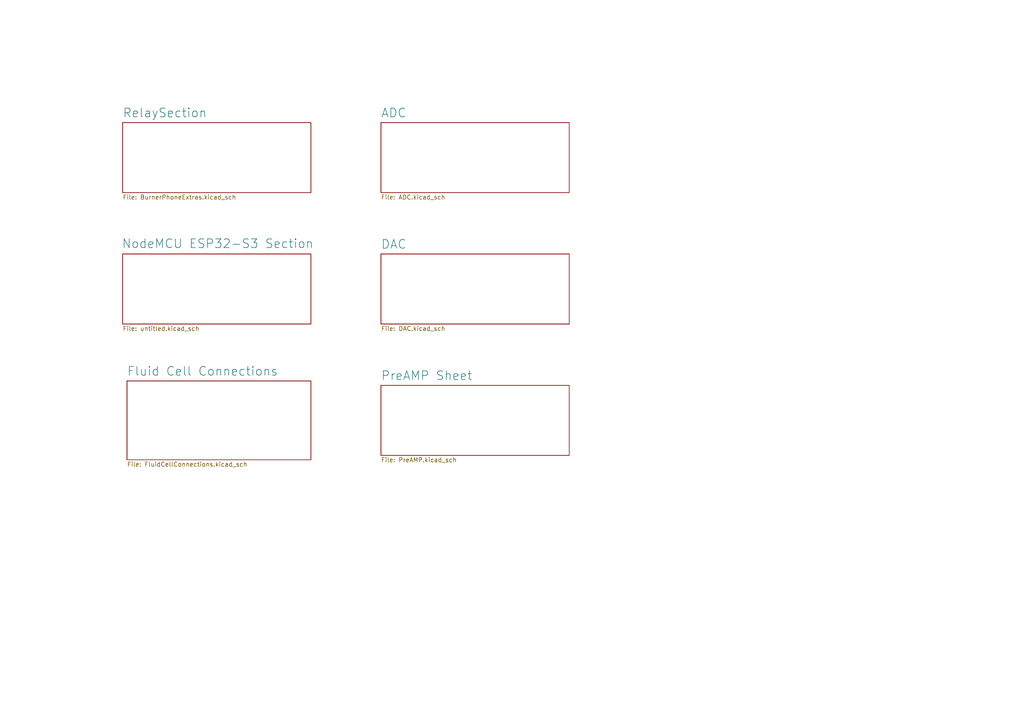
<source format=kicad_sch>
(kicad_sch
	(version 20231120)
	(generator "eeschema")
	(generator_version "8.0")
	(uuid "d99851b1-fac4-460d-8382-ff067128e75d")
	(paper "A4")
	(lib_symbols)
	(sheet
		(at 36.83 110.49)
		(size 53.34 22.86)
		(fields_autoplaced yes)
		(stroke
			(width 0.1524)
			(type solid)
		)
		(fill
			(color 0 0 0 0.0000)
		)
		(uuid "15a17ebc-3bb7-4dd6-ba83-0ef6d45e57b4")
		(property "Sheetname" "Fluid Cell Connections"
			(at 36.83 109.1434 0)
			(effects
				(font
					(size 2.54 2.54)
				)
				(justify left bottom)
			)
		)
		(property "Sheetfile" "FluidCellConnections.kicad_sch"
			(at 36.83 133.9346 0)
			(effects
				(font
					(size 1.27 1.27)
				)
				(justify left top)
			)
		)
		(instances
			(project "BurnerPhoneMB"
				(path "/d99851b1-fac4-460d-8382-ff067128e75d"
					(page "7")
				)
			)
		)
	)
	(sheet
		(at 110.49 111.76)
		(size 54.61 20.32)
		(fields_autoplaced yes)
		(stroke
			(width 0.1524)
			(type solid)
		)
		(fill
			(color 0 0 0 0.0000)
		)
		(uuid "473c9641-2f6f-496b-a014-7a980e145b22")
		(property "Sheetname" "PreAMP Sheet"
			(at 110.49 110.4134 0)
			(effects
				(font
					(size 2.54 2.54)
				)
				(justify left bottom)
			)
		)
		(property "Sheetfile" "PreAMP.kicad_sch"
			(at 110.49 132.6646 0)
			(effects
				(font
					(size 1.27 1.27)
				)
				(justify left top)
			)
		)
		(instances
			(project "BurnerPhoneMB"
				(path "/d99851b1-fac4-460d-8382-ff067128e75d"
					(page "6")
				)
			)
		)
	)
	(sheet
		(at 35.56 73.66)
		(size 54.61 20.32)
		(stroke
			(width 0.1524)
			(type solid)
		)
		(fill
			(color 0 0 0 0.0000)
		)
		(uuid "7666487d-1c98-403c-9b4f-b7e7f34a0a30")
		(property "Sheetname" "NodeMCU ESP32-S3 Section"
			(at 35.306 72.136 0)
			(effects
				(font
					(size 2.54 2.54)
				)
				(justify left bottom)
			)
		)
		(property "Sheetfile" "untitled.kicad_sch"
			(at 35.56 94.5646 0)
			(effects
				(font
					(size 1.27 1.27)
				)
				(justify left top)
			)
		)
		(instances
			(project "BurnerPhoneMB"
				(path "/d99851b1-fac4-460d-8382-ff067128e75d"
					(page "3")
				)
			)
		)
	)
	(sheet
		(at 110.49 73.66)
		(size 54.61 20.32)
		(fields_autoplaced yes)
		(stroke
			(width 0.1524)
			(type solid)
		)
		(fill
			(color 0 0 0 0.0000)
		)
		(uuid "97c0fdef-c147-4669-ad0a-322ee1e99d74")
		(property "Sheetname" "DAC"
			(at 110.49 72.3134 0)
			(effects
				(font
					(size 2.54 2.54)
				)
				(justify left bottom)
			)
		)
		(property "Sheetfile" "DAC.kicad_sch"
			(at 110.49 94.5646 0)
			(effects
				(font
					(size 1.27 1.27)
				)
				(justify left top)
			)
		)
		(instances
			(project "BurnerPhoneMB"
				(path "/d99851b1-fac4-460d-8382-ff067128e75d"
					(page "5")
				)
			)
		)
	)
	(sheet
		(at 110.49 35.56)
		(size 54.61 20.32)
		(fields_autoplaced yes)
		(stroke
			(width 0.1524)
			(type solid)
		)
		(fill
			(color 0 0 0 0.0000)
		)
		(uuid "acc69dd8-a2d5-4190-8e61-c1f248b5520d")
		(property "Sheetname" "ADC"
			(at 110.49 34.2134 0)
			(effects
				(font
					(size 2.54 2.54)
				)
				(justify left bottom)
			)
		)
		(property "Sheetfile" "ADC.kicad_sch"
			(at 110.49 56.4646 0)
			(effects
				(font
					(size 1.27 1.27)
				)
				(justify left top)
			)
		)
		(instances
			(project "BurnerPhoneMB"
				(path "/d99851b1-fac4-460d-8382-ff067128e75d"
					(page "4")
				)
			)
		)
	)
	(sheet
		(at 35.56 35.56)
		(size 54.61 20.32)
		(fields_autoplaced yes)
		(stroke
			(width 0.1524)
			(type solid)
		)
		(fill
			(color 0 0 0 0.0000)
		)
		(uuid "f2d0f9d8-4c15-41a5-89fb-791114dc027b")
		(property "Sheetname" "RelaySection"
			(at 35.56 34.2134 0)
			(effects
				(font
					(size 2.54 2.54)
				)
				(justify left bottom)
			)
		)
		(property "Sheetfile" "BurnerPhoneExtras.kicad_sch"
			(at 35.56 56.4646 0)
			(effects
				(font
					(size 1.27 1.27)
				)
				(justify left top)
			)
		)
		(instances
			(project "BurnerPhoneMB"
				(path "/d99851b1-fac4-460d-8382-ff067128e75d"
					(page "2")
				)
			)
		)
	)
	(sheet_instances
		(path "/"
			(page "1")
		)
	)
)

</source>
